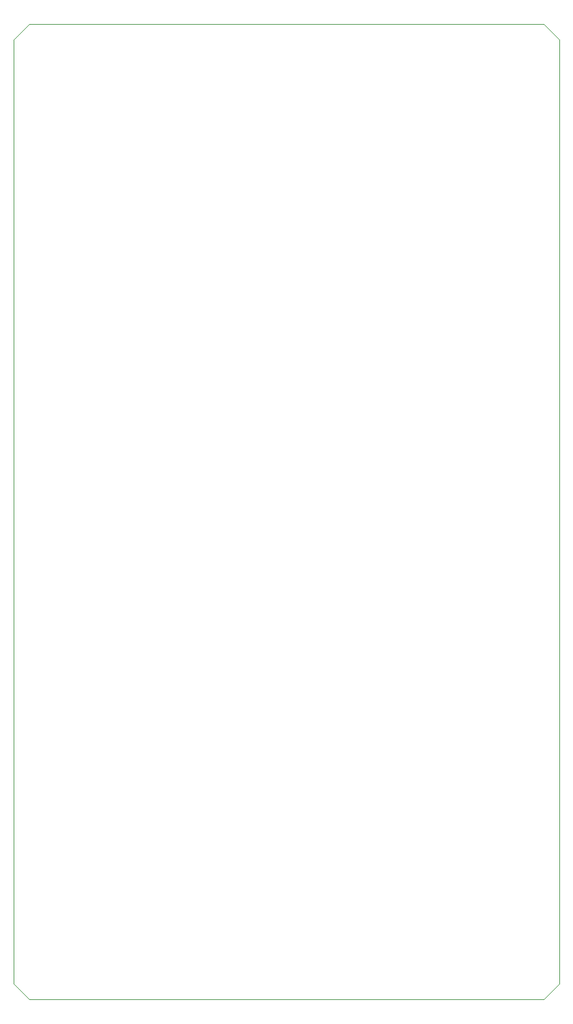
<source format=gko>
%FSLAX25Y25*%
%MOIN*%
G70*
G01*
G75*
G04 Layer_Color=16711935*
%ADD10C,0.01200*%
%ADD11C,0.01400*%
%ADD12R,0.01772X0.03543*%
%ADD13R,0.04134X0.02362*%
%ADD14R,0.02362X0.02362*%
%ADD15R,0.01811X0.03150*%
%ADD16R,0.01811X0.05709*%
%ADD17R,0.15472X0.14291*%
%ADD18R,0.01811X0.03110*%
%ADD19R,0.11811X0.02598*%
%ADD20R,0.03740X0.03347*%
%ADD21R,0.10630X0.05118*%
%ADD22R,0.03347X0.03740*%
%ADD23R,0.05118X0.10630*%
G04:AMPARAMS|DCode=24|XSize=37.4mil|YSize=33.47mil|CornerRadius=0mil|HoleSize=0mil|Usage=FLASHONLY|Rotation=315.000|XOffset=0mil|YOffset=0mil|HoleType=Round|Shape=Rectangle|*
%AMROTATEDRECTD24*
4,1,4,-0.02506,0.00139,-0.00139,0.02506,0.02506,-0.00139,0.00139,-0.02506,-0.02506,0.00139,0.0*
%
%ADD24ROTATEDRECTD24*%

%ADD25R,0.03543X0.03150*%
%ADD26R,0.03150X0.03543*%
%ADD27R,0.03937X0.04331*%
%ADD28R,0.07087X0.05118*%
%ADD29R,0.05906X0.05906*%
%ADD30R,0.03543X0.03543*%
%ADD31R,0.01181X0.05512*%
%ADD32R,0.17402X0.13701*%
%ADD33R,0.02362X0.04134*%
%ADD34R,0.03937X0.07087*%
%ADD35R,0.01181X0.07874*%
%ADD36R,0.02362X0.05709*%
%ADD37R,0.05512X0.03543*%
%ADD38R,0.03504X0.12047*%
%ADD39R,0.21063X0.33622*%
%ADD40R,0.03150X0.01575*%
%ADD41R,0.05512X0.01181*%
%ADD42R,0.13701X0.17402*%
%ADD43R,0.03150X0.01811*%
%ADD44R,0.02598X0.11811*%
%ADD45R,0.14291X0.15472*%
%ADD46R,0.03110X0.01811*%
%ADD47R,0.05709X0.01811*%
%ADD48R,0.01969X0.07874*%
%ADD49R,0.41339X0.29134*%
%ADD50C,0.00800*%
%ADD51C,0.01000*%
%ADD52C,0.01600*%
%ADD53C,0.01800*%
%ADD54C,0.02000*%
%ADD55C,0.01100*%
%ADD56C,0.00600*%
%ADD57C,0.02400*%
%ADD58C,0.02200*%
%ADD59C,0.03200*%
%ADD60C,0.03400*%
%ADD61C,0.01500*%
%ADD62C,0.03000*%
%ADD63R,0.00022X0.09000*%
%ADD64C,0.07480*%
%ADD65C,0.05512*%
%ADD66C,0.13780*%
%ADD67C,0.11811*%
%ADD68C,0.09843*%
%ADD69C,0.04000*%
%ADD70C,0.02362*%
%ADD71C,0.35433*%
%ADD72C,0.02500*%
%ADD73C,0.03400*%
%ADD74C,0.03800*%
%ADD75C,0.02800*%
%ADD76C,0.03000*%
%ADD77C,0.02700*%
%ADD78C,0.03200*%
%ADD79C,0.04200*%
%ADD80C,0.03900*%
%ADD81C,0.03700*%
G04:AMPARAMS|DCode=82|XSize=86.61mil|YSize=57.09mil|CornerRadius=0mil|HoleSize=0mil|Usage=FLASHONLY|Rotation=135.000|XOffset=0mil|YOffset=0mil|HoleType=Round|Shape=Rectangle|*
%AMROTATEDRECTD82*
4,1,4,0.05081,-0.01044,0.01044,-0.05081,-0.05081,0.01044,-0.01044,0.05081,0.05081,-0.01044,0.0*
%
%ADD82ROTATEDRECTD82*%

%ADD83R,0.07992X0.15000*%
%ADD84R,0.07992X0.04016*%
%ADD85R,0.07992X0.07992*%
%ADD86R,0.13189X0.05315*%
%ADD87R,0.06496X0.04921*%
%ADD88R,0.10433X0.08465*%
%ADD89R,0.05709X0.08661*%
%ADD90R,0.08661X0.05709*%
%ADD91C,0.01300*%
%ADD92C,0.05000*%
%ADD93C,0.01700*%
%ADD94C,0.00500*%
%ADD95C,0.02362*%
%ADD96C,0.00984*%
%ADD97C,0.00591*%
%ADD98R,0.01575X0.07480*%
%ADD99R,0.02172X0.03943*%
%ADD100R,0.04534X0.02762*%
%ADD101R,0.02762X0.02762*%
%ADD102R,0.02211X0.03550*%
%ADD103R,0.02211X0.06109*%
%ADD104R,0.15872X0.14691*%
%ADD105R,0.02211X0.03510*%
%ADD106R,0.12211X0.02998*%
%ADD107R,0.04140X0.03747*%
%ADD108R,0.11030X0.05518*%
%ADD109R,0.03747X0.04140*%
%ADD110R,0.05518X0.11030*%
G04:AMPARAMS|DCode=111|XSize=41.4mil|YSize=37.47mil|CornerRadius=0mil|HoleSize=0mil|Usage=FLASHONLY|Rotation=315.000|XOffset=0mil|YOffset=0mil|HoleType=Round|Shape=Rectangle|*
%AMROTATEDRECTD111*
4,1,4,-0.02788,0.00139,-0.00139,0.02788,0.02788,-0.00139,0.00139,-0.02788,-0.02788,0.00139,0.0*
%
%ADD111ROTATEDRECTD111*%

%ADD112R,0.03943X0.03550*%
%ADD113R,0.03550X0.03943*%
%ADD114R,0.04337X0.04731*%
%ADD115R,0.07487X0.05518*%
%ADD116R,0.06306X0.06306*%
%ADD117R,0.03943X0.03943*%
%ADD118R,0.01581X0.05912*%
%ADD119R,0.17802X0.14101*%
%ADD120R,0.02762X0.04534*%
%ADD121R,0.04337X0.07487*%
%ADD122R,0.01581X0.08274*%
%ADD123R,0.02762X0.06109*%
%ADD124R,0.05912X0.03943*%
%ADD125R,0.03904X0.12447*%
%ADD126R,0.21463X0.34022*%
%ADD127R,0.03550X0.01975*%
%ADD128R,0.05912X0.01581*%
%ADD129R,0.14101X0.17802*%
%ADD130R,0.03550X0.02211*%
%ADD131R,0.02998X0.12211*%
%ADD132R,0.14691X0.15872*%
%ADD133R,0.03510X0.02211*%
%ADD134R,0.06109X0.02211*%
%ADD135R,0.02369X0.08274*%
%ADD136R,0.41739X0.29534*%
%ADD137R,0.02272X0.04043*%
%ADD138R,0.04634X0.02862*%
%ADD139R,0.02862X0.02862*%
%ADD140R,0.02311X0.03650*%
%ADD141R,0.02311X0.06209*%
%ADD142R,0.15972X0.14791*%
%ADD143R,0.02311X0.03610*%
%ADD144R,0.12311X0.03098*%
%ADD145R,0.04240X0.03847*%
%ADD146R,0.11130X0.05618*%
%ADD147R,0.03847X0.04240*%
%ADD148R,0.05618X0.11130*%
G04:AMPARAMS|DCode=149|XSize=42.4mil|YSize=38.47mil|CornerRadius=0mil|HoleSize=0mil|Usage=FLASHONLY|Rotation=315.000|XOffset=0mil|YOffset=0mil|HoleType=Round|Shape=Rectangle|*
%AMROTATEDRECTD149*
4,1,4,-0.02859,0.00139,-0.00139,0.02859,0.02859,-0.00139,0.00139,-0.02859,-0.02859,0.00139,0.0*
%
%ADD149ROTATEDRECTD149*%

%ADD150R,0.04043X0.03650*%
%ADD151R,0.03650X0.04043*%
%ADD152R,0.04437X0.04831*%
%ADD153R,0.07587X0.05618*%
%ADD154R,0.06406X0.06406*%
%ADD155R,0.04043X0.04043*%
%ADD156R,0.01681X0.06012*%
%ADD157R,0.17902X0.14201*%
%ADD158R,0.02862X0.04634*%
%ADD159R,0.04437X0.07587*%
%ADD160R,0.01681X0.08374*%
%ADD161R,0.02862X0.06209*%
%ADD162R,0.06012X0.04043*%
%ADD163R,0.04004X0.12547*%
%ADD164R,0.21563X0.34122*%
%ADD165R,0.03650X0.02075*%
%ADD166R,0.06012X0.01681*%
%ADD167R,0.14201X0.17902*%
%ADD168R,0.03650X0.02311*%
%ADD169R,0.03098X0.12311*%
%ADD170R,0.14791X0.15972*%
%ADD171R,0.03610X0.02311*%
%ADD172R,0.06209X0.02311*%
%ADD173R,0.02469X0.08374*%
%ADD174R,0.41839X0.29634*%
%ADD175C,0.07980*%
%ADD176C,0.06012*%
%ADD177C,0.00500*%
%ADD178C,0.14279*%
%ADD179C,0.12311*%
%ADD180C,0.10343*%
%ADD181C,0.04500*%
%ADD182C,0.02862*%
%ADD183C,0.35933*%
%ADD184C,0.03500*%
%ADD185C,0.04400*%
%ADD186C,0.03300*%
G04:AMPARAMS|DCode=187|XSize=91.61mil|YSize=62.09mil|CornerRadius=0mil|HoleSize=0mil|Usage=FLASHONLY|Rotation=135.000|XOffset=0mil|YOffset=0mil|HoleType=Round|Shape=Rectangle|*
%AMROTATEDRECTD187*
4,1,4,0.05434,-0.01044,0.01044,-0.05434,-0.05434,0.01044,-0.01044,0.05434,0.05434,-0.01044,0.0*
%
%ADD187ROTATEDRECTD187*%

%ADD188R,0.08492X0.15500*%
%ADD189R,0.08492X0.04516*%
%ADD190R,0.08492X0.08492*%
%ADD191R,0.13689X0.05815*%
%ADD192R,0.06996X0.05421*%
%ADD193R,0.10933X0.08965*%
%ADD194R,0.06209X0.09161*%
%ADD195R,0.09161X0.06209*%
G04:AMPARAMS|DCode=196|XSize=90.61mil|YSize=61.09mil|CornerRadius=0mil|HoleSize=0mil|Usage=FLASHONLY|Rotation=135.000|XOffset=0mil|YOffset=0mil|HoleType=Round|Shape=Rectangle|*
%AMROTATEDRECTD196*
4,1,4,0.05363,-0.01044,0.01044,-0.05363,-0.05363,0.01044,-0.01044,0.05363,0.05363,-0.01044,0.0*
%
%ADD196ROTATEDRECTD196*%

%ADD197R,0.08392X0.15400*%
%ADD198R,0.08392X0.04416*%
%ADD199R,0.08392X0.08392*%
%ADD200R,0.13589X0.05715*%
%ADD201R,0.06896X0.05321*%
%ADD202R,0.10833X0.08865*%
%ADD203R,0.06109X0.09061*%
%ADD204R,0.09061X0.06109*%
%ADD205R,0.04000X0.03276*%
%ADD206C,0.00100*%
D206*
X-92001Y-241999D02*
Y241999D01*
Y-241999D02*
X-83999Y-250001D01*
X179999D01*
X188001Y-241999D01*
Y241999D01*
X179999Y250001D02*
X188001Y241999D01*
X-83999Y250001D02*
X179999D01*
X-92001Y241999D02*
X-83999Y250001D01*
M02*

</source>
